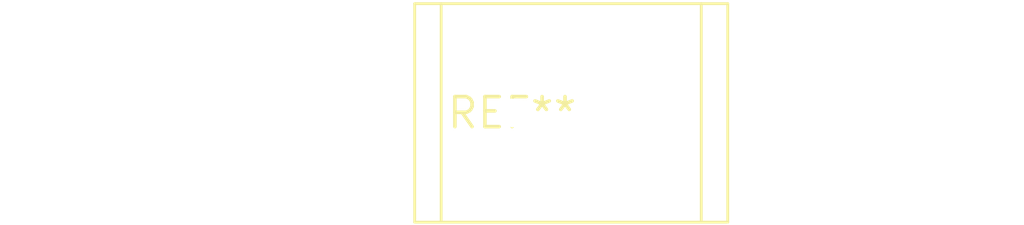
<source format=kicad_pcb>
(kicad_pcb (version 20240108) (generator pcbnew)
  (layers (0 "F.Cu" signal) (31 "B.Cu" signal) (34 "B.Paste" user) (35 "F.Paste" user) (36 "B.SilkS" user "B.Silkscreen") (37 "F.SilkS" user "F.Silkscreen") (38 "B.Mask" user) (39 "F.Mask" user) (44 "Edge.Cuts" user))
  (net 0 "")
  (footprint "R_Radial_Power_L13.0mm_W9.0mm_P5.00mm" (layer "F.Cu") (at 0 0)
    (property "Reference" "REF**")
    (property "Value" "R_Radial_Power_L13.0mm_W9.0mm_P5.00mm")
    (fp_line (start -4.12 -4.62) (end -4.12 4.62) (layer "F.SilkS") (stroke (width 0.12)))
    (fp_line (start -4.12 -4.62) (end 9.12 -4.62) (layer "F.SilkS") (stroke (width 0.12)))
    (fp_line (start -4.12 4.62) (end 9.12 4.62) (layer "F.SilkS") (stroke (width 0.12)))
    (fp_line (start -3 -4.62) (end -3 4.62) (layer "F.SilkS") (stroke (width 0.12)))
    (fp_line (start 8 -4.62) (end 8 4.62) (layer "F.SilkS") (stroke (width 0.12)))
    (fp_line (start 9.12 -4.62) (end 9.12 4.62) (layer "F.SilkS") (stroke (width 0.12)))
    (pad "1" thru_hole circle (at 0 0) (size 2.4 2.4) (drill 1.2) (layers *.Cu *.Mask) (remove_unused_layers))
    (pad "2" thru_hole circle (at 5 0) (size 2.4 2.4) (drill 1.2) (layers *.Cu *.Mask) (remove_unused_layers))
  )
)
</source>
